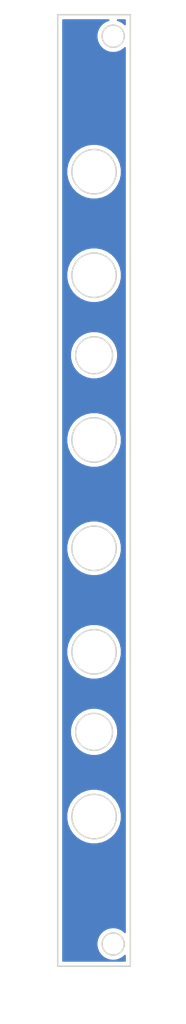
<source format=kicad_pcb>
(kicad_pcb (version 20171130) (host pcbnew 5.1.7-a382d34a8~87~ubuntu18.04.1)

  (general
    (thickness 1.6)
    (drawings 24)
    (tracks 0)
    (zones 0)
    (modules 0)
    (nets 1)
  )

  (page A4)
  (layers
    (0 F.Cu signal)
    (31 B.Cu signal)
    (32 B.Adhes user)
    (33 F.Adhes user)
    (34 B.Paste user)
    (35 F.Paste user)
    (36 B.SilkS user)
    (37 F.SilkS user)
    (38 B.Mask user)
    (39 F.Mask user)
    (40 Dwgs.User user)
    (41 Cmts.User user)
    (42 Eco1.User user)
    (43 Eco2.User user)
    (44 Edge.Cuts user)
    (45 Margin user)
    (46 B.CrtYd user)
    (47 F.CrtYd user)
    (48 B.Fab user)
    (49 F.Fab user)
  )

  (setup
    (last_trace_width 0.25)
    (trace_clearance 0.2)
    (zone_clearance 0.508)
    (zone_45_only no)
    (trace_min 0.2)
    (via_size 0.8)
    (via_drill 0.4)
    (via_min_size 0.4)
    (via_min_drill 0.3)
    (uvia_size 0.3)
    (uvia_drill 0.1)
    (uvias_allowed no)
    (uvia_min_size 0.2)
    (uvia_min_drill 0.1)
    (edge_width 0.05)
    (segment_width 0.2)
    (pcb_text_width 0.3)
    (pcb_text_size 1.5 1.5)
    (mod_edge_width 0.12)
    (mod_text_size 1 1)
    (mod_text_width 0.15)
    (pad_size 1.524 1.524)
    (pad_drill 0.762)
    (pad_to_mask_clearance 0.051)
    (solder_mask_min_width 0.25)
    (aux_axis_origin 0 0)
    (grid_origin 127.436 168.99183)
    (visible_elements FFFFFF7F)
    (pcbplotparams
      (layerselection 0x010fc_ffffffff)
      (usegerberextensions true)
      (usegerberattributes false)
      (usegerberadvancedattributes false)
      (creategerberjobfile false)
      (excludeedgelayer true)
      (linewidth 0.100000)
      (plotframeref false)
      (viasonmask false)
      (mode 1)
      (useauxorigin false)
      (hpglpennumber 1)
      (hpglpenspeed 20)
      (hpglpendiameter 15.000000)
      (psnegative false)
      (psa4output false)
      (plotreference true)
      (plotvalue true)
      (plotinvisibletext false)
      (padsonsilk false)
      (subtractmaskfromsilk false)
      (outputformat 1)
      (mirror false)
      (drillshape 0)
      (scaleselection 1)
      (outputdirectory "gerbers"))
  )

  (net 0 "")

  (net_class Default "This is the default net class."
    (clearance 0.2)
    (trace_width 0.25)
    (via_dia 0.8)
    (via_drill 0.4)
    (uvia_dia 0.3)
    (uvia_drill 0.1)
  )

  (gr_text OUT (at 132.334 156.464) (layer F.Cu) (tstamp 5E6E135C)
    (effects (font (size 2 2) (thickness 0.5)))
  )
  (gr_text IN (at 132.334 119.38) (layer F.Cu) (tstamp 5E6E1354)
    (effects (font (size 2 2) (thickness 0.5)))
  )
  (gr_text OUT (at 132.334 105.156) (layer F.Cu) (tstamp 5E6E134D)
    (effects (font (size 2 2) (thickness 0.5)))
  )
  (gr_text IN (at 132.334 68.58) (layer F.Cu) (tstamp 5E6E1347)
    (effects (font (size 2 2) (thickness 0.5)))
  )
  (gr_text 2WAY (at 132.334 49.0347) (layer F.Cu) (tstamp 5E6E1340)
    (effects (font (size 2 2) (thickness 0.5)))
  )
  (gr_text 2WAY (at 132.334 49.022) (layer F.Mask)
    (effects (font (size 2 2) (thickness 0.5)))
  )
  (gr_text OUT (at 132.334 105.156) (layer F.Mask) (tstamp 5E5FAF36)
    (effects (font (size 2 2) (thickness 0.5)))
  )
  (gr_text IN (at 132.334 68.58) (layer F.Mask) (tstamp 5E5FAF2E)
    (effects (font (size 2 2) (thickness 0.5)))
  )
  (gr_text IN (at 132.334 119.38) (layer F.Mask)
    (effects (font (size 2 2) (thickness 0.5)))
  )
  (gr_text OUT (at 132.334 156.464) (layer F.Mask)
    (effects (font (size 2 2) (thickness 0.5)))
  )
  (gr_line (start 137.256 168.99183) (end 127.436 168.99183) (layer Edge.Cuts) (width 0.2))
  (gr_line (start 137.256 40.59183) (end 137.256 168.99183) (layer Edge.Cuts) (width 0.2))
  (gr_circle (center 134.936 165.99183) (end 136.436 165.99183) (layer Edge.Cuts) (width 0.2))
  (gr_circle (center 132.351 75.74683) (end 135.351 75.74683) (layer Edge.Cuts) (width 0.2))
  (gr_line (start 127.436 168.99183) (end 127.436 40.59183) (layer Edge.Cuts) (width 0.2))
  (gr_line (start 127.436 40.59183) (end 137.256 40.59183) (layer Edge.Cuts) (width 0.2))
  (gr_circle (center 132.351 86.54683) (end 134.851 86.54683) (layer Edge.Cuts) (width 0.2))
  (gr_circle (center 132.351 126.56683) (end 135.351 126.56683) (layer Edge.Cuts) (width 0.2))
  (gr_circle (center 132.351 112.59683) (end 135.351 112.59683) (layer Edge.Cuts) (width 0.2))
  (gr_circle (center 132.351 61.77683) (end 135.351 61.77683) (layer Edge.Cuts) (width 0.2))
  (gr_circle (center 132.351 137.36683) (end 134.851 137.36683) (layer Edge.Cuts) (width 0.2))
  (gr_circle (center 132.351 97.97683) (end 135.351 97.97683) (layer Edge.Cuts) (width 0.2))
  (gr_circle (center 132.351 148.79683) (end 135.351 148.79683) (layer Edge.Cuts) (width 0.2))
  (gr_circle (center 134.936 43.49183) (end 136.436 43.49183) (layer Edge.Cuts) (width 0.2))

  (zone (net 0) (net_name "") (layer B.Cu) (tstamp 60004F3B) (hatch edge 0.508)
    (connect_pads (clearance 0.508))
    (min_thickness 0.254)
    (fill yes (arc_segments 32) (thermal_gap 0.508) (thermal_bridge_width 0.508))
    (polygon
      (pts
        (xy 139.954 39.116) (xy 144.78 176.784) (xy 119.634 176.784) (xy 123.444 38.608)
      )
    )
    (filled_polygon
      (pts
        (xy 134.281408 41.33393) (xy 133.873 41.503098) (xy 133.505443 41.748691) (xy 133.192861 42.061273) (xy 132.947268 42.42883)
        (xy 132.7781 42.837238) (xy 132.691858 43.270801) (xy 132.691858 43.712859) (xy 132.7781 44.146422) (xy 132.947268 44.55483)
        (xy 133.192861 44.922387) (xy 133.505443 45.234969) (xy 133.873 45.480562) (xy 134.281408 45.64973) (xy 134.714971 45.735972)
        (xy 135.157029 45.735972) (xy 135.590592 45.64973) (xy 135.999 45.480562) (xy 136.366557 45.234969) (xy 136.521 45.080526)
        (xy 136.521001 164.403135) (xy 136.366557 164.248691) (xy 135.999 164.003098) (xy 135.590592 163.83393) (xy 135.157029 163.747688)
        (xy 134.714971 163.747688) (xy 134.281408 163.83393) (xy 133.873 164.003098) (xy 133.505443 164.248691) (xy 133.192861 164.561273)
        (xy 132.947268 164.92883) (xy 132.7781 165.337238) (xy 132.691858 165.770801) (xy 132.691858 166.212859) (xy 132.7781 166.646422)
        (xy 132.947268 167.05483) (xy 133.192861 167.422387) (xy 133.505443 167.734969) (xy 133.873 167.980562) (xy 134.281408 168.14973)
        (xy 134.714971 168.235972) (xy 135.157029 168.235972) (xy 135.590592 168.14973) (xy 135.999 167.980562) (xy 136.366557 167.734969)
        (xy 136.521001 167.580525) (xy 136.521001 168.25683) (xy 128.171 168.25683) (xy 128.171 148.428776) (xy 128.614081 148.428776)
        (xy 128.614081 149.164884) (xy 128.757689 149.886849) (xy 129.039386 150.566925) (xy 129.448346 151.178977) (xy 129.968853 151.699484)
        (xy 130.580905 152.108444) (xy 131.260981 152.390141) (xy 131.982946 152.533749) (xy 132.719054 152.533749) (xy 133.441019 152.390141)
        (xy 134.121095 152.108444) (xy 134.733147 151.699484) (xy 135.253654 151.178977) (xy 135.662614 150.566925) (xy 135.944311 149.886849)
        (xy 136.087919 149.164884) (xy 136.087919 148.428776) (xy 135.944311 147.706811) (xy 135.662614 147.026735) (xy 135.253654 146.414683)
        (xy 134.733147 145.894176) (xy 134.121095 145.485216) (xy 133.441019 145.203519) (xy 132.719054 145.059911) (xy 131.982946 145.059911)
        (xy 131.260981 145.203519) (xy 130.580905 145.485216) (xy 129.968853 145.894176) (xy 129.448346 146.414683) (xy 129.039386 147.026735)
        (xy 128.757689 147.706811) (xy 128.614081 148.428776) (xy 128.171 148.428776) (xy 128.171 137.047784) (xy 129.111674 137.047784)
        (xy 129.111674 137.685876) (xy 129.236159 138.311707) (xy 129.480346 138.901226) (xy 129.834851 139.43178) (xy 130.28605 139.882979)
        (xy 130.816604 140.237484) (xy 131.406123 140.481671) (xy 132.031954 140.606156) (xy 132.670046 140.606156) (xy 133.295877 140.481671)
        (xy 133.885396 140.237484) (xy 134.41595 139.882979) (xy 134.867149 139.43178) (xy 135.221654 138.901226) (xy 135.465841 138.311707)
        (xy 135.590326 137.685876) (xy 135.590326 137.047784) (xy 135.465841 136.421953) (xy 135.221654 135.832434) (xy 134.867149 135.30188)
        (xy 134.41595 134.850681) (xy 133.885396 134.496176) (xy 133.295877 134.251989) (xy 132.670046 134.127504) (xy 132.031954 134.127504)
        (xy 131.406123 134.251989) (xy 130.816604 134.496176) (xy 130.28605 134.850681) (xy 129.834851 135.30188) (xy 129.480346 135.832434)
        (xy 129.236159 136.421953) (xy 129.111674 137.047784) (xy 128.171 137.047784) (xy 128.171 126.198776) (xy 128.614081 126.198776)
        (xy 128.614081 126.934884) (xy 128.757689 127.656849) (xy 129.039386 128.336925) (xy 129.448346 128.948977) (xy 129.968853 129.469484)
        (xy 130.580905 129.878444) (xy 131.260981 130.160141) (xy 131.982946 130.303749) (xy 132.719054 130.303749) (xy 133.441019 130.160141)
        (xy 134.121095 129.878444) (xy 134.733147 129.469484) (xy 135.253654 128.948977) (xy 135.662614 128.336925) (xy 135.944311 127.656849)
        (xy 136.087919 126.934884) (xy 136.087919 126.198776) (xy 135.944311 125.476811) (xy 135.662614 124.796735) (xy 135.253654 124.184683)
        (xy 134.733147 123.664176) (xy 134.121095 123.255216) (xy 133.441019 122.973519) (xy 132.719054 122.829911) (xy 131.982946 122.829911)
        (xy 131.260981 122.973519) (xy 130.580905 123.255216) (xy 129.968853 123.664176) (xy 129.448346 124.184683) (xy 129.039386 124.796735)
        (xy 128.757689 125.476811) (xy 128.614081 126.198776) (xy 128.171 126.198776) (xy 128.171 112.228776) (xy 128.614081 112.228776)
        (xy 128.614081 112.964884) (xy 128.757689 113.686849) (xy 129.039386 114.366925) (xy 129.448346 114.978977) (xy 129.968853 115.499484)
        (xy 130.580905 115.908444) (xy 131.260981 116.190141) (xy 131.982946 116.333749) (xy 132.719054 116.333749) (xy 133.441019 116.190141)
        (xy 134.121095 115.908444) (xy 134.733147 115.499484) (xy 135.253654 114.978977) (xy 135.662614 114.366925) (xy 135.944311 113.686849)
        (xy 136.087919 112.964884) (xy 136.087919 112.228776) (xy 135.944311 111.506811) (xy 135.662614 110.826735) (xy 135.253654 110.214683)
        (xy 134.733147 109.694176) (xy 134.121095 109.285216) (xy 133.441019 109.003519) (xy 132.719054 108.859911) (xy 131.982946 108.859911)
        (xy 131.260981 109.003519) (xy 130.580905 109.285216) (xy 129.968853 109.694176) (xy 129.448346 110.214683) (xy 129.039386 110.826735)
        (xy 128.757689 111.506811) (xy 128.614081 112.228776) (xy 128.171 112.228776) (xy 128.171 97.608776) (xy 128.614081 97.608776)
        (xy 128.614081 98.344884) (xy 128.757689 99.066849) (xy 129.039386 99.746925) (xy 129.448346 100.358977) (xy 129.968853 100.879484)
        (xy 130.580905 101.288444) (xy 131.260981 101.570141) (xy 131.982946 101.713749) (xy 132.719054 101.713749) (xy 133.441019 101.570141)
        (xy 134.121095 101.288444) (xy 134.733147 100.879484) (xy 135.253654 100.358977) (xy 135.662614 99.746925) (xy 135.944311 99.066849)
        (xy 136.087919 98.344884) (xy 136.087919 97.608776) (xy 135.944311 96.886811) (xy 135.662614 96.206735) (xy 135.253654 95.594683)
        (xy 134.733147 95.074176) (xy 134.121095 94.665216) (xy 133.441019 94.383519) (xy 132.719054 94.239911) (xy 131.982946 94.239911)
        (xy 131.260981 94.383519) (xy 130.580905 94.665216) (xy 129.968853 95.074176) (xy 129.448346 95.594683) (xy 129.039386 96.206735)
        (xy 128.757689 96.886811) (xy 128.614081 97.608776) (xy 128.171 97.608776) (xy 128.171 86.227784) (xy 129.111674 86.227784)
        (xy 129.111674 86.865876) (xy 129.236159 87.491707) (xy 129.480346 88.081226) (xy 129.834851 88.61178) (xy 130.28605 89.062979)
        (xy 130.816604 89.417484) (xy 131.406123 89.661671) (xy 132.031954 89.786156) (xy 132.670046 89.786156) (xy 133.295877 89.661671)
        (xy 133.885396 89.417484) (xy 134.41595 89.062979) (xy 134.867149 88.61178) (xy 135.221654 88.081226) (xy 135.465841 87.491707)
        (xy 135.590326 86.865876) (xy 135.590326 86.227784) (xy 135.465841 85.601953) (xy 135.221654 85.012434) (xy 134.867149 84.48188)
        (xy 134.41595 84.030681) (xy 133.885396 83.676176) (xy 133.295877 83.431989) (xy 132.670046 83.307504) (xy 132.031954 83.307504)
        (xy 131.406123 83.431989) (xy 130.816604 83.676176) (xy 130.28605 84.030681) (xy 129.834851 84.48188) (xy 129.480346 85.012434)
        (xy 129.236159 85.601953) (xy 129.111674 86.227784) (xy 128.171 86.227784) (xy 128.171 75.378776) (xy 128.614081 75.378776)
        (xy 128.614081 76.114884) (xy 128.757689 76.836849) (xy 129.039386 77.516925) (xy 129.448346 78.128977) (xy 129.968853 78.649484)
        (xy 130.580905 79.058444) (xy 131.260981 79.340141) (xy 131.982946 79.483749) (xy 132.719054 79.483749) (xy 133.441019 79.340141)
        (xy 134.121095 79.058444) (xy 134.733147 78.649484) (xy 135.253654 78.128977) (xy 135.662614 77.516925) (xy 135.944311 76.836849)
        (xy 136.087919 76.114884) (xy 136.087919 75.378776) (xy 135.944311 74.656811) (xy 135.662614 73.976735) (xy 135.253654 73.364683)
        (xy 134.733147 72.844176) (xy 134.121095 72.435216) (xy 133.441019 72.153519) (xy 132.719054 72.009911) (xy 131.982946 72.009911)
        (xy 131.260981 72.153519) (xy 130.580905 72.435216) (xy 129.968853 72.844176) (xy 129.448346 73.364683) (xy 129.039386 73.976735)
        (xy 128.757689 74.656811) (xy 128.614081 75.378776) (xy 128.171 75.378776) (xy 128.171 61.408776) (xy 128.614081 61.408776)
        (xy 128.614081 62.144884) (xy 128.757689 62.866849) (xy 129.039386 63.546925) (xy 129.448346 64.158977) (xy 129.968853 64.679484)
        (xy 130.580905 65.088444) (xy 131.260981 65.370141) (xy 131.982946 65.513749) (xy 132.719054 65.513749) (xy 133.441019 65.370141)
        (xy 134.121095 65.088444) (xy 134.733147 64.679484) (xy 135.253654 64.158977) (xy 135.662614 63.546925) (xy 135.944311 62.866849)
        (xy 136.087919 62.144884) (xy 136.087919 61.408776) (xy 135.944311 60.686811) (xy 135.662614 60.006735) (xy 135.253654 59.394683)
        (xy 134.733147 58.874176) (xy 134.121095 58.465216) (xy 133.441019 58.183519) (xy 132.719054 58.039911) (xy 131.982946 58.039911)
        (xy 131.260981 58.183519) (xy 130.580905 58.465216) (xy 129.968853 58.874176) (xy 129.448346 59.394683) (xy 129.039386 60.006735)
        (xy 128.757689 60.686811) (xy 128.614081 61.408776) (xy 128.171 61.408776) (xy 128.171 41.32683) (xy 134.317102 41.32683)
      )
    )
    (filled_polygon
      (pts
        (xy 136.521 41.903134) (xy 136.366557 41.748691) (xy 135.999 41.503098) (xy 135.590592 41.33393) (xy 135.554898 41.32683)
        (xy 136.521 41.32683)
      )
    )
  )
)

</source>
